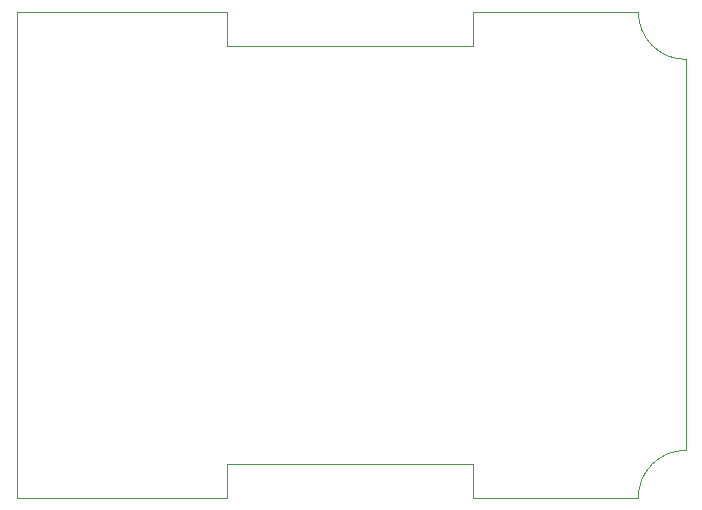
<source format=gbr>
%TF.GenerationSoftware,KiCad,Pcbnew,5.1.8-db9833491~87~ubuntu20.04.1*%
%TF.CreationDate,2020-11-23T17:51:26+01:00*%
%TF.ProjectId,rosalyn-tx,726f7361-6c79-46e2-9d74-782e6b696361,v1.0*%
%TF.SameCoordinates,Original*%
%TF.FileFunction,Profile,NP*%
%FSLAX46Y46*%
G04 Gerber Fmt 4.6, Leading zero omitted, Abs format (unit mm)*
G04 Created by KiCad (PCBNEW 5.1.8-db9833491~87~ubuntu20.04.1) date 2020-11-23 17:51:26*
%MOMM*%
%LPD*%
G01*
G04 APERTURE LIST*
%TA.AperFunction,Profile*%
%ADD10C,0.050000*%
%TD*%
G04 APERTURE END LIST*
D10*
X176600000Y-43450000D02*
G75*
G02*
X172600000Y-39450000I0J4000000D01*
G01*
X172600000Y-80550000D02*
G75*
G02*
X176600000Y-76550000I4000000J0D01*
G01*
X158600000Y-39450000D02*
X172600000Y-39450000D01*
X158600000Y-80550000D02*
X172600000Y-80550000D01*
X158600000Y-77720000D02*
X158600000Y-80550000D01*
X158600000Y-39450000D02*
X158600000Y-42280000D01*
X137750000Y-39450000D02*
X137750000Y-42280000D01*
X120000000Y-39450000D02*
X137750000Y-39450000D01*
X120000000Y-80550000D02*
X137750000Y-80550000D01*
X137750000Y-80550000D02*
X137750000Y-77720000D01*
X120000000Y-80550000D02*
X120000000Y-39450000D01*
X158600000Y-77720000D02*
X137750000Y-77720000D01*
X176600000Y-43450000D02*
X176600000Y-76550000D01*
X137750000Y-42280000D02*
X158600000Y-42280000D01*
M02*

</source>
